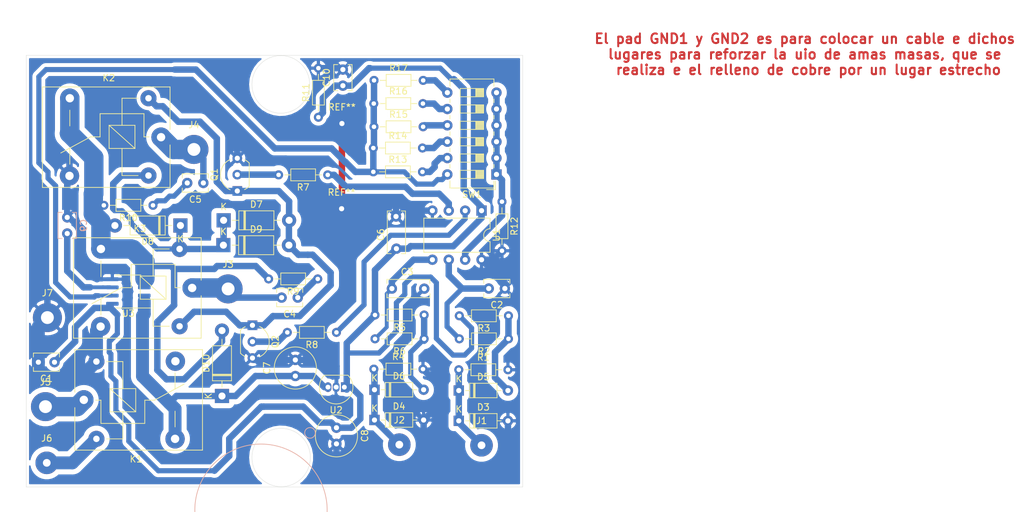
<source format=kicad_pcb>
(kicad_pcb (version 20171130) (host pcbnew 5.1.4-e60b266~84~ubuntu18.04.1)
  (title_block (title "DRIVER DE CONTROL DE MOTORES CON SENSOR DE CORRIENTE") (rev Ribelotta-Perren) (company "Ing Juan Pablo MENDITTO"))
  (layers (0 F.Cu signal) (31 B.Cu signal) (34 B.Paste user hide) (35 F.Paste user hide) (36 B.SilkS user hide) (37 F.SilkS user hide) (38 B.Mask user) (39 F.Mask user hide) (44 Edge.Cuts user))
  (net 0 "")
  (net 1 GND)
  (net 2 +5V)
  (net 3 "Net-(C2-Pad2)")
  (net 4 "Net-(C3-Pad1)")
  (net 5 "Net-(C4-Pad2)")
  (net 6 "Net-(C4-Pad1)")
  (net 7 "Net-(C5-Pad2)")
  (net 8 "Net-(C5-Pad1)")
  (net 9 +12V)
  (net 10 "Net-(C9-Pad1)")
  (net 11 "Net-(D3-Pad1)")
  (net 12 "Net-(D4-Pad1)")
  (net 13 "Net-(D5-Pad2)")
  (net 14 "Net-(D6-Pad2)")
  (net 15 "Net-(D7-Pad2)")
  (net 16 "Net-(J5-Pad1)")
  (net 17 "Net-(J6-Pad1)")
  (net 18 "Net-(K1-Pad4)")
  (net 19 "Net-(Q1-Pad2)")
  (net 20 "Net-(Q2-Pad2)")
  (net 21 "/GP4(PIN2PIC)")
  (net 22 "/GP5(PIN3PIC)")
  (net 23 "/GPIO0(PIN7PIC)")
  (net 24 "Net-(R13-Pad1)")
  (net 25 "Net-(R13-Pad2)")
  (net 26 "Net-(R14-Pad2)")
  (net 27 "Net-(R15-Pad2)")
  (net 28 "Net-(R16-Pad2)")
  (net 29 "Net-(R17-Pad2)")
  (net 30 /Relay2y3_NA)
  (net 31 "Net-(D7-Pad1)")
  (module Connector_Wire:SolderWirePad_1x01_Drill0.8mm (layer F.Cu) (at 161.95 73.575)
    (fp_text reference REF** (at 0 -2.54) (layer F.SilkS))
    (fp_text value SolderWirePad_1x01_Drill0.8mm)
    (pad 2 thru_hole circle (at 0 0) (size 1.99898 1.99898) (drill 0.8001) (layers *.Cu *.Mask) (net 1 GND))
  )
  (module Connector_Wire:SolderWirePad_1x01_Drill0.8mm (layer F.Cu) (at 161.9 86.8)
    (fp_text reference REF** (at 0 -2.54) (layer F.SilkS))
    (fp_text value SolderWirePad_1x01_Drill0.8mm)
    (pad 1 thru_hole circle (at 0 0) (size 1.99898 1.99898) (drill 0.8001) (layers *.Cu *.Mask) (net 1 GND))
  )
  (module Relay_THT:Relay_SPDT_SANYOU_SRD_Series_Form_C (layer F.Cu) (at 121.925 116.475)
    (fp_text reference K1 (at 8.1 9.2) (layer F.SilkS))
    (fp_text value "Switch de Encendido")
    (pad 1 thru_hole circle (at 0 0 90) (size 3 3) (drill 1.3) (layers *.Cu *.Mask) (net 16 "Net-(J5-Pad1)"))
    (pad 5 thru_hole circle (at 1.95 -5.95 90) (size 2.5 2.5) (drill 1) (layers *.Cu *.Mask) (net 1 GND))
    (pad 4 thru_hole circle (at 14.2 -6 90) (size 3 3) (drill 1.3) (layers *.Cu *.Mask) (net 18 "Net-(K1-Pad4)"))
    (pad 3 thru_hole circle (at 14.15 6.05 90) (size 3 3) (drill 1.3) (layers *.Cu *.Mask) (net 9 +12V))
    (pad 2 thru_hole circle (at 1.95 6.05 90) (size 2.5 2.5) (drill 1) (layers *.Cu *.Mask) (net 17 "Net-(J6-Pad1)"))
  )
  (module Capacitor_THT:C_Disc_D3.8mm_W2.6mm_P2.50mm (layer F.Cu) (at 169.7 99.2)
    (fp_text reference C3 (at 2.3622 -2.5908) (layer F.SilkS))
    (fp_text value 104)
    (pad 2 thru_hole circle (at 5.0165 0.0127) (size 1.6 1.6) (drill 0.8) (layers *.Cu *.Mask) (net 1 GND))
    (pad 1 thru_hole circle (at 0 0) (size 1.6 1.6) (drill 0.8) (layers *.Cu *.Mask) (net 4 "Net-(C3-Pad1)"))
  )
  (module Capacitor_THT:C_Disc_D3.8mm_W2.6mm_P2.50mm (layer F.Cu) (at 170.4 93 90)
    (fp_text reference C6 (at 2.159 -2.413 90) (layer F.SilkS))
    (fp_text value 104)
    (pad 1 thru_hole circle (at 0 0 90) (size 1.6 1.6) (drill 0.8) (layers *.Cu *.Mask) (net 2 +5V))
    (pad 2 thru_hole circle (at 4.9911 -0.0635 90) (size 1.6 1.6) (drill 0.8) (layers *.Cu *.Mask) (net 1 GND))
  )
  (module Diode_THT:D_DO-41_SOD81_P10.16mm_Horizontal (layer F.Cu) (at 143.6 88.6)
    (fp_text reference D7 (at 5.08 -2.47) (layer F.SilkS))
    (fp_text value 1N4004)
    (fp_text user K (at 0 -2.1) (layer F.SilkS))
    (pad 1 thru_hole rect (at 0 0) (size 2.2 2.2) (drill 1.1) (layers *.Cu *.Mask) (net 31 "Net-(D7-Pad1)"))
    (pad 2 thru_hole oval (at 10.16 0) (size 2.2 2.2) (drill 1.1) (layers *.Cu *.Mask) (net 15 "Net-(D7-Pad2)"))
  )
  (module Package_SO:SOIC-8_3.9x4.9mm_P1.27mm (layer F.Cu) (at 128.825 99.65 180)
    (fp_text reference U3 (at 0 -3.4 180) (layer F.SilkS))
    (fp_text value ACS714T-30A)
    (pad 1 smd roundrect (at -2.475 -1.905 180) (size 1.95 0.6) (layers B.Cu F.Paste F.Mask) (net 9 +12V))
    (pad 2 smd roundrect (at -2.475 -0.635 180) (size 1.95 0.6) (layers B.Cu F.Paste F.Mask) (net 9 +12V))
    (pad 3 smd roundrect (at -2.475 0.635 180) (size 1.95 0.6) (layers B.Cu F.Paste F.Mask) (net 30 /Relay2y3_NA))
    (pad 4 smd roundrect (at -2.475 1.905 180) (size 1.95 0.6) (layers B.Cu F.Paste F.Mask) (net 30 /Relay2y3_NA))
    (pad 5 smd roundrect (at 2.475 1.905 180) (size 1.95 0.6) (layers B.Cu F.Paste F.Mask) (net 1 GND) (clearance 0.2))
    (pad 6 smd roundrect (at 2.475 0.635 180) (size 1.95 0.6) (layers B.Cu F.Paste F.Mask) (net 10 "Net-(C9-Pad1)") (clearance 0.3))
    (pad 7 smd roundrect (at 2.475 -0.635 180) (size 1.95 0.6) (layers B.Cu F.Paste F.Mask) (net 24 "Net-(R13-Pad1)") (clearance 0.3))
    (pad 8 smd roundrect (at 2.475 -1.905 180) (size 1.95 0.6) (layers B.Cu F.Paste F.Mask) (net 2 +5V) (clearance 0.3))
  )
  (module Package_TO_SOT_THT:TO-92_Inline (layer F.Cu) (at 162.325 114.5 180)
    (fp_text reference U2 (at 1.27 -3.56) (layer F.SilkS))
    (fp_text value L78L05)
    (pad 2 thru_hole oval (at 1.27 0 180) (size 1.05 1.5) (drill 0.75) (layers *.Cu *.Mask) (net 1 GND) (clearance 0.25))
    (pad 3 thru_hole oval (at 2.54 0 180) (size 1.05 1.5) (drill 0.75) (layers *.Cu *.Mask) (net 9 +12V) (clearance 0.25))
    (pad 1 thru_hole rect (at 0 0 180) (size 1.05 1.5) (drill 0.75) (layers *.Cu *.Mask) (net 2 +5V) (clearance 0.25))
  )
  (module Relay_THT:Relay_SPDT_SANYOU_SRD_Series_Form_C (layer F.Cu) (at 138.725 99.1 180)
    (fp_text reference K3 (at 8.1 9.2) (layer F.SilkS))
    (fp_text value FRS10CS10-12V)
    (pad 1 thru_hole circle (at 0 0 270) (size 3 3) (drill 1.3) (layers *.Cu *.Mask) (net 5 "Net-(C4-Pad2)"))
    (pad 5 thru_hole circle (at 1.95 -5.95 270) (size 2.5 2.5) (drill 1) (layers *.Cu *.Mask) (net 15 "Net-(D7-Pad2)"))
    (pad 4 thru_hole circle (at 14.2 -6 270) (size 3 3) (drill 1.3) (layers *.Cu *.Mask) (net 1 GND))
    (pad 3 thru_hole circle (at 14.15 6.05 270) (size 3 3) (drill 1.3) (layers *.Cu *.Mask) (net 30 /Relay2y3_NA))
    (pad 2 thru_hole circle (at 1.95 6.05 270) (size 2.5 2.5) (drill 1) (layers *.Cu *.Mask) (net 31 "Net-(D7-Pad1)"))
  )
  (module Relay_THT:Relay_SPDT_SANYOU_SRD_Series_Form_C (layer F.Cu) (at 133.9 75.7 180)
    (fp_text reference K2 (at 8.1 9.2) (layer F.SilkS))
    (fp_text value FRS10CS10-12V)
    (pad 1 thru_hole circle (at 0 0 270) (size 3 3) (drill 1.3) (layers *.Cu *.Mask) (net 8 "Net-(C5-Pad1)"))
    (pad 5 thru_hole circle (at 1.95 -5.95 270) (size 2.5 2.5) (drill 1) (layers *.Cu *.Mask) (net 31 "Net-(D7-Pad1)"))
    (pad 4 thru_hole circle (at 14.2 -6 270) (size 3 3) (drill 1.3) (layers *.Cu *.Mask) (net 1 GND))
    (pad 3 thru_hole circle (at 14.15 6.05 270) (size 3 3) (drill 1.3) (layers *.Cu *.Mask) (net 30 /Relay2y3_NA) (clearance 0.6))
    (pad 2 thru_hole circle (at 1.95 6.05 270) (size 2.5 2.5) (drill 1) (layers *.Cu *.Mask) (net 15 "Net-(D7-Pad2)") (clearance 0.6))
  )
  (module Capacitor_THT:C_Disc_D3.8mm_W2.6mm_P2.50mm (layer F.Cu) (at 117.375 110.625 180)
    (fp_text reference C1 (at 1.25 -2.55) (layer F.SilkS))
    (fp_text value 104)
    (pad 2 thru_hole circle (at 2.5 0 180) (size 1.6 1.6) (drill 0.8) (layers *.Cu *.Mask) (net 1 GND))
    (pad 1 thru_hole circle (at 0 0 180) (size 1.6 1.6) (drill 0.8) (layers *.Cu *.Mask) (net 2 +5V))
  )
  (module Capacitor_THT:C_Disc_D3.8mm_W2.6mm_P2.50mm (layer F.Cu) (at 187.22 99.19 180)
    (fp_text reference C2 (at 1.25 -2.55) (layer F.SilkS))
    (fp_text value 104)
    (pad 1 thru_hole circle (at 0 0 180) (size 1.6 1.6) (drill 0.8) (layers *.Cu *.Mask) (net 1 GND))
    (pad 2 thru_hole circle (at 2.5 0 180) (size 1.6 1.6) (drill 0.8) (layers *.Cu *.Mask) (net 3 "Net-(C2-Pad2)"))
  )
  (module Capacitor_THT:C_Disc_D3.8mm_W2.6mm_P2.50mm (layer F.Cu) (at 155.1 100.6 180)
    (fp_text reference C4 (at 1.25 -2.55) (layer F.SilkS))
    (fp_text value 104)
    (pad 2 thru_hole circle (at 2.5 0 180) (size 1.6 1.6) (drill 0.8) (layers *.Cu *.Mask) (net 5 "Net-(C4-Pad2)"))
    (pad 1 thru_hole circle (at 0 0 180) (size 1.6 1.6) (drill 0.8) (layers *.Cu *.Mask) (net 6 "Net-(C4-Pad1)"))
  )
  (module Capacitor_THT:C_Disc_D3.8mm_W2.6mm_P2.50mm (layer F.Cu) (at 140.462 82.804 180)
    (fp_text reference C5 (at 1.25 -2.55) (layer F.SilkS))
    (fp_text value 104)
    (pad 2 thru_hole circle (at 2.5 0 180) (size 1.6 1.6) (drill 0.8) (layers *.Cu *.Mask) (net 7 "Net-(C5-Pad2)"))
    (pad 1 thru_hole circle (at 0 0 180) (size 1.6 1.6) (drill 0.8) (layers *.Cu *.Mask) (net 8 "Net-(C5-Pad1)"))
  )
  (module Capacitor_THT:C_Radial_D6.3mm_H11.0mm_P2.50mm (layer F.Cu) (at 154.725 112.775 90)
    (fp_text reference C7 (at 1.25 -4.4 90) (layer F.SilkS))
    (fp_text value 220uF)
    (pad 2 thru_hole circle (at 2.5 0 90) (size 1.6 1.6) (drill 0.8) (layers *.Cu *.Mask) (net 1 GND))
    (pad 1 thru_hole circle (at 0 0 90) (size 1.6 1.6) (drill 0.8) (layers *.Cu *.Mask) (net 9 +12V))
  )
  (module Capacitor_THT:C_Radial_D6.3mm_H11.0mm_P2.50mm (layer F.Cu) (at 161.1 120.8 270)
    (fp_text reference C8 (at 1.25 -4.4 90) (layer F.SilkS))
    (fp_text value 100uF)
    (pad 1 thru_hole circle (at 0 0 270) (size 1.6 1.6) (drill 0.8) (layers *.Cu *.Mask) (net 2 +5V))
    (pad 2 thru_hole circle (at 2.5 0 270) (size 1.6 1.6) (drill 0.8) (layers *.Cu *.Mask) (net 1 GND))
  )
  (module Capacitor_THT:C_Disc_D3.8mm_W2.6mm_P2.50mm (layer B.Cu) (at 119.35 90.65 90)
    (fp_text reference C9 (at 1.25 2.55 90) (layer B.SilkS) (effects (justify mirror)))
    (fp_text value 102)
    (pad 1 thru_hole circle (at 0 0 90) (size 1.6 1.6) (drill 0.8) (layers *.Cu *.Mask) (net 10 "Net-(C9-Pad1)"))
    (pad 2 thru_hole circle (at 2.5 0 90) (size 1.6 1.6) (drill 0.8) (layers *.Cu *.Mask) (net 1 GND))
  )
  (module Capacitor_THT:C_Disc_D3.8mm_W2.6mm_P2.50mm (layer F.Cu) (at 162.1 67.7 90)
    (fp_text reference C10 (at 1.25 -2.55 90) (layer F.SilkS))
    (fp_text value 102)
    (pad 1 thru_hole circle (at 0 0 90) (size 1.6 1.6) (drill 0.8) (layers *.Cu *.Mask) (net 2 +5V))
    (pad 2 thru_hole circle (at 2.5 0 90) (size 1.6 1.6) (drill 0.8) (layers *.Cu *.Mask) (net 1 GND))
  )
  (module Diode_THT:D_DO-35_SOD27_P7.62mm_Horizontal (layer F.Cu) (at 180.075 119.725)
    (fp_text reference D3 (at 3.81 -2.12) (layer F.SilkS))
    (fp_text value 1N4148)
    (fp_text user K (at 0 -1.8) (layer F.SilkS))
    (pad 1 thru_hole rect (at 0 0) (size 1.6 1.6) (drill 0.8) (layers *.Cu *.Mask) (net 11 "Net-(D3-Pad1)"))
    (pad 2 thru_hole oval (at 7.62 0) (size 1.6 1.6) (drill 0.8) (layers *.Cu *.Mask) (net 1 GND))
  )
  (module Diode_THT:D_DO-35_SOD27_P7.62mm_Horizontal (layer F.Cu) (at 167 119.6)
    (fp_text reference D4 (at 3.81 -2.12) (layer F.SilkS))
    (fp_text value 1N4148)
    (fp_text user K (at 0 -1.8) (layer F.SilkS))
    (pad 2 thru_hole oval (at 7.62 0) (size 1.6 1.6) (drill 0.8) (layers *.Cu *.Mask) (net 1 GND))
    (pad 1 thru_hole rect (at 0 0) (size 1.6 1.6) (drill 0.8) (layers *.Cu *.Mask) (net 12 "Net-(D4-Pad1)"))
  )
  (module Diode_THT:D_DO-35_SOD27_P7.62mm_Horizontal (layer F.Cu) (at 180.075 115.025)
    (fp_text reference D5 (at 3.81 -2.12) (layer F.SilkS))
    (fp_text value 1N4148)
    (fp_text user K (at 0 -1.8) (layer F.SilkS))
    (pad 1 thru_hole rect (at 0 0) (size 1.6 1.6) (drill 0.8) (layers *.Cu *.Mask) (net 11 "Net-(D3-Pad1)"))
    (pad 2 thru_hole oval (at 7.62 0) (size 1.6 1.6) (drill 0.8) (layers *.Cu *.Mask) (net 13 "Net-(D5-Pad2)"))
  )
  (module Diode_THT:D_DO-35_SOD27_P7.62mm_Horizontal (layer F.Cu) (at 167 114.9)
    (fp_text reference D6 (at 3.81 -2.12) (layer F.SilkS))
    (fp_text value 1N4148)
    (fp_text user K (at 0 -1.8) (layer F.SilkS))
    (pad 2 thru_hole oval (at 7.62 0) (size 1.6 1.6) (drill 0.8) (layers *.Cu *.Mask) (net 14 "Net-(D6-Pad2)"))
    (pad 1 thru_hole rect (at 0 0) (size 1.6 1.6) (drill 0.8) (layers *.Cu *.Mask) (net 12 "Net-(D4-Pad1)"))
  )
  (module Diode_THT:D_DO-41_SOD81_P10.16mm_Horizontal (layer F.Cu) (at 136.906 89.408 180)
    (fp_text reference D8 (at 5.08 -2.47) (layer F.SilkS))
    (fp_text value 1N4004)
    (fp_text user K (at 0 -2.1) (layer F.SilkS))
    (pad 2 thru_hole oval (at 10.16 0 180) (size 2.2 2.2) (drill 1.1) (layers *.Cu *.Mask) (net 30 /Relay2y3_NA))
    (pad 1 thru_hole rect (at 0 0 180) (size 2.2 2.2) (drill 1.1) (layers *.Cu *.Mask) (net 31 "Net-(D7-Pad1)"))
  )
  (module Diode_THT:D_DO-41_SOD81_P10.16mm_Horizontal (layer F.Cu) (at 143.57 92.46)
    (fp_text reference D9 (at 5.08 -2.47) (layer F.SilkS))
    (fp_text value 1N4004)
    (fp_text user K (at 0 -2.1) (layer F.SilkS))
    (pad 1 thru_hole rect (at 0 0) (size 2.2 2.2) (drill 1.1) (layers *.Cu *.Mask) (net 31 "Net-(D7-Pad1)"))
    (pad 2 thru_hole oval (at 10.16 0) (size 2.2 2.2) (drill 1.1) (layers *.Cu *.Mask) (net 15 "Net-(D7-Pad2)"))
  )
  (module Diode_THT:D_DO-41_SOD81_P10.16mm_Horizontal (layer F.Cu) (at 143.35 115.875 90)
    (fp_text reference D10 (at 5.08 -2.47 90) (layer F.SilkS))
    (fp_text value 1N4004)
    (fp_text user K (at 0 -2.1 90) (layer F.SilkS))
    (pad 2 thru_hole oval (at 10.16 0 90) (size 2.2 2.2) (drill 1.1) (layers *.Cu *.Mask) (net 30 /Relay2y3_NA))
    (pad 1 thru_hole rect (at 0 0 90) (size 2.2 2.2) (drill 1.1) (layers *.Cu *.Mask) (net 9 +12V))
  )
  (module Connector_Wire:SolderWirePad_1x01_Drill1.2mm (layer F.Cu) (at 183.6 123.525)
    (fp_text reference J1 (at 0 -3.81) (layer F.SilkS))
    (fp_text value PULS1)
    (pad 1 thru_hole circle (at 0 0) (size 3.50012 3.50012) (drill 1.19888) (layers *.Cu *.Mask) (net 11 "Net-(D3-Pad1)"))
  )
  (module Connector_Wire:SolderWirePad_1x01_Drill1.2mm (layer F.Cu) (at 170.85 123.425)
    (fp_text reference J2 (at 0 -3.81) (layer F.SilkS))
    (fp_text value PULS2)
    (pad 1 thru_hole circle (at 0 0) (size 3.50012 3.50012) (drill 1.19888) (layers *.Cu *.Mask) (net 12 "Net-(D4-Pad1)"))
  )
  (module Connector_Wire:SolderWirePad_1x01_Drill2mm (layer F.Cu) (at 144.3 99.25)
    (fp_text reference J3 (at 0 -3.81) (layer F.SilkS))
    (fp_text value MotorT2)
    (pad 1 thru_hole circle (at 0 0) (size 4.50088 4.50088) (drill 1.99898) (layers *.Cu *.Mask) (net 5 "Net-(C4-Pad2)"))
  )
  (module Connector_Wire:SolderWirePad_1x01_Drill2mm (layer F.Cu) (at 139 77.6)
    (fp_text reference J4 (at 0 -3.81) (layer F.SilkS))
    (fp_text value MotorT1)
    (pad 1 thru_hole circle (at 0 0) (size 4.50088 4.50088) (drill 1.99898) (layers *.Cu *.Mask) (net 8 "Net-(C5-Pad1)"))
  )
  (module Connector_Wire:SolderWirePad_1x01_Drill2mm (layer F.Cu) (at 115.975 117.525)
    (fp_text reference J5 (at 0 -3.81) (layer F.SilkS))
    (fp_text value VIn+12)
    (pad 1 thru_hole circle (at 0 0) (size 4.50088 4.50088) (drill 1.99898) (layers *.Cu *.Mask) (net 16 "Net-(J5-Pad1)"))
  )
  (module Connector_Wire:SolderWirePad_1x01_Drill1.2mm (layer F.Cu) (at 116.175 126.25)
    (fp_text reference J6 (at 0 -3.81) (layer F.SilkS))
    (fp_text value "Contac12V ")
    (pad 1 thru_hole circle (at 0 0) (size 3.50012 3.50012) (drill 1.19888) (layers *.Cu *.Mask) (net 17 "Net-(J6-Pad1)"))
  )
  (module Connector_Wire:SolderWirePad_1x01_Drill2mm (layer F.Cu) (at 116.275 103.7)
    (fp_text reference J7 (at 0 -3.81) (layer F.SilkS))
    (fp_text value GND)
    (pad 1 thru_hole circle (at 0 0) (size 4.50088 4.50088) (drill 1.99898) (layers *.Cu *.Mask) (net 1 GND))
  )
  (module Package_TO_SOT_THT:TO-92_Inline_Wide (layer F.Cu) (at 145.725 84.05 90)
    (fp_text reference Q1 (at 2.54 -3.56 90) (layer F.SilkS))
    (fp_text value BC337)
    (pad 1 thru_hole rect (at 0 0 180) (size 1.5 1.5) (drill 0.8) (layers *.Cu *.Mask) (net 15 "Net-(D7-Pad2)"))
    (pad 3 thru_hole circle (at 5.08 0 180) (size 1.5 1.5) (drill 0.8) (layers *.Cu *.Mask) (net 1 GND))
    (pad 2 thru_hole circle (at 2.54 0 180) (size 1.5 1.5) (drill 0.8) (layers *.Cu *.Mask) (net 19 "Net-(Q1-Pad2)"))
  )
  (module Package_TO_SOT_THT:TO-92_Inline_Wide (layer F.Cu) (at 148.075 104.9 270)
    (fp_text reference Q2 (at 2.54 -3.56 90) (layer F.SilkS))
    (fp_text value BC337)
    (pad 2 thru_hole circle (at 2.54 0) (size 1.5 1.5) (drill 0.8) (layers *.Cu *.Mask) (net 20 "Net-(Q2-Pad2)"))
    (pad 3 thru_hole circle (at 5.08 0) (size 1.5 1.5) (drill 0.8) (layers *.Cu *.Mask) (net 1 GND))
    (pad 1 thru_hole rect (at 0 0) (size 1.5 1.5) (drill 0.8) (layers *.Cu *.Mask) (net 15 "Net-(D7-Pad2)"))
  )
  (module Resistor_THT:R_Axial_DIN0204_L3.6mm_D1.6mm_P7.62mm_Horizontal (layer F.Cu) (at 180.075 111.8)
    (fp_text reference R1 (at 3.81 -1.92) (layer F.SilkS))
    (fp_text value 100K)
    (pad 1 thru_hole circle (at 0 0) (size 1.4 1.4) (drill 0.7) (layers *.Cu *.Mask) (net 11 "Net-(D3-Pad1)"))
    (pad 2 thru_hole oval (at 7.62 0) (size 1.4 1.4) (drill 0.7) (layers *.Cu *.Mask) (net 1 GND))
  )
  (module Resistor_THT:R_Axial_DIN0204_L3.6mm_D1.6mm_P7.62mm_Horizontal (layer F.Cu) (at 187.775 107 180)
    (fp_text reference R2 (at 3.81 -1.92) (layer F.SilkS))
    (fp_text value 100K)
    (pad 2 thru_hole oval (at 7.62 0 180) (size 1.4 1.4) (drill 0.7) (layers *.Cu *.Mask) (net 3 "Net-(C2-Pad2)"))
    (pad 1 thru_hole circle (at 0 0 180) (size 1.4 1.4) (drill 0.7) (layers *.Cu *.Mask) (net 13 "Net-(D5-Pad2)"))
  )
  (module Resistor_THT:R_Axial_DIN0204_L3.6mm_D1.6mm_P7.62mm_Horizontal (layer F.Cu) (at 187.775 103.425 180)
    (fp_text reference R3 (at 3.81 -1.92) (layer F.SilkS))
    (fp_text value 10K)
    (pad 1 thru_hole circle (at 0 0 180) (size 1.4 1.4) (drill 0.7) (layers *.Cu *.Mask) (net 13 "Net-(D5-Pad2)"))
    (pad 2 thru_hole oval (at 7.62 0 180) (size 1.4 1.4) (drill 0.7) (layers *.Cu *.Mask) (net 2 +5V))
  )
  (module Resistor_THT:R_Axial_DIN0204_L3.6mm_D1.6mm_P7.62mm_Horizontal (layer F.Cu) (at 166.9 111.7)
    (fp_text reference R4 (at 3.81 -1.92) (layer F.SilkS))
    (fp_text value 100K)
    (pad 1 thru_hole circle (at 0 0) (size 1.4 1.4) (drill 0.7) (layers *.Cu *.Mask) (net 12 "Net-(D4-Pad1)"))
    (pad 2 thru_hole oval (at 7.62 0) (size 1.4 1.4) (drill 0.7) (layers *.Cu *.Mask) (net 1 GND))
  )
  (module Resistor_THT:R_Axial_DIN0204_L3.6mm_D1.6mm_P7.62mm_Horizontal (layer F.Cu) (at 174.7 103.3 180)
    (fp_text reference R5 (at 3.81 -1.92) (layer F.SilkS))
    (fp_text value 10K)
    (pad 2 thru_hole oval (at 7.62 0 180) (size 1.4 1.4) (drill 0.7) (layers *.Cu *.Mask) (net 2 +5V))
    (pad 1 thru_hole circle (at 0 0 180) (size 1.4 1.4) (drill 0.7) (layers *.Cu *.Mask) (net 14 "Net-(D6-Pad2)"))
  )
  (module Resistor_THT:R_Axial_DIN0204_L3.6mm_D1.6mm_P7.62mm_Horizontal (layer F.Cu) (at 174.7 107 180)
    (fp_text reference R6 (at 3.81 -1.92) (layer F.SilkS))
    (fp_text value 100K)
    (pad 2 thru_hole oval (at 7.62 0 180) (size 1.4 1.4) (drill 0.7) (layers *.Cu *.Mask) (net 4 "Net-(C3-Pad1)"))
    (pad 1 thru_hole circle (at 0 0 180) (size 1.4 1.4) (drill 0.7) (layers *.Cu *.Mask) (net 14 "Net-(D6-Pad2)"))
  )
  (module Resistor_THT:R_Axial_DIN0204_L3.6mm_D1.6mm_P7.62mm_Horizontal (layer F.Cu) (at 159.75 81.55 180)
    (fp_text reference R7 (at 3.81 -1.92) (layer F.SilkS))
    (fp_text value 5.6k)
    (pad 2 thru_hole oval (at 7.62 0 180) (size 1.4 1.4) (drill 0.7) (layers *.Cu *.Mask) (net 19 "Net-(Q1-Pad2)"))
    (pad 1 thru_hole circle (at 0 0 180) (size 1.4 1.4) (drill 0.7) (layers *.Cu *.Mask) (net 21 "/GP4(PIN2PIC)"))
  )
  (module Resistor_THT:R_Axial_DIN0204_L3.6mm_D1.6mm_P7.62mm_Horizontal (layer F.Cu) (at 161.1 106 180)
    (fp_text reference R8 (at 3.81 -1.92) (layer F.SilkS))
    (fp_text value 5.6k)
    (pad 2 thru_hole oval (at 7.62 0 180) (size 1.4 1.4) (drill 0.7) (layers *.Cu *.Mask) (net 20 "Net-(Q2-Pad2)"))
    (pad 1 thru_hole circle (at 0 0 180) (size 1.4 1.4) (drill 0.7) (layers *.Cu *.Mask) (net 22 "/GP5(PIN3PIC)"))
  )
  (module Resistor_THT:R_Axial_DIN0204_L3.6mm_D1.6mm_P7.62mm_Horizontal (layer F.Cu) (at 158.2 97.7 180)
    (fp_text reference R9 (at 3.81 -1.92) (layer F.SilkS))
    (fp_text value 100)
    (pad 1 thru_hole circle (at 0 0 180) (size 1.4 1.4) (drill 0.7) (layers *.Cu *.Mask) (net 6 "Net-(C4-Pad1)"))
    (pad 2 thru_hole oval (at 7.62 0 180) (size 1.4 1.4) (drill 0.7) (layers *.Cu *.Mask) (net 30 /Relay2y3_NA))
  )
  (module Resistor_THT:R_Axial_DIN0204_L3.6mm_D1.6mm_P7.62mm_Horizontal (layer F.Cu) (at 132.65 86.275 180)
    (fp_text reference R10 (at 3.81 -1.92) (layer F.SilkS))
    (fp_text value 100)
    (pad 1 thru_hole circle (at 0 0 180) (size 1.4 1.4) (drill 0.7) (layers *.Cu *.Mask) (net 7 "Net-(C5-Pad2)"))
    (pad 2 thru_hole oval (at 7.62 0 180) (size 1.4 1.4) (drill 0.7) (layers *.Cu *.Mask) (net 30 /Relay2y3_NA))
  )
  (module Resistor_THT:R_Axial_DIN0204_L3.6mm_D1.6mm_P7.62mm_Horizontal (layer F.Cu) (at 158.3 72.6 90)
    (fp_text reference R11 (at 3.81 -1.92 90) (layer F.SilkS))
    (fp_text value 10K)
    (pad 1 thru_hole circle (at 0 0 90) (size 1.4 1.4) (drill 0.7) (layers *.Cu *.Mask) (net 2 +5V))
    (pad 2 thru_hole oval (at 7.62 0 90) (size 1.4 1.4) (drill 0.7) (layers *.Cu *.Mask) (net 1 GND))
  )
  (module Resistor_THT:R_Axial_DIN0204_L3.6mm_D1.6mm_P7.62mm_Horizontal (layer F.Cu) (at 186.77 85.71 270)
    (fp_text reference R12 (at 3.81 -1.92 90) (layer F.SilkS))
    (fp_text value 10k)
    (pad 2 thru_hole oval (at 7.62 0 270) (size 1.4 1.4) (drill 0.7) (layers *.Cu *.Mask) (net 1 GND))
    (pad 1 thru_hole circle (at 0 0 270) (size 1.4 1.4) (drill 0.7) (layers *.Cu *.Mask) (net 23 "/GPIO0(PIN7PIC)"))
  )
  (module Resistor_THT:R_Axial_DIN0204_L3.6mm_D1.6mm_P7.62mm_Horizontal (layer F.Cu) (at 166.82 81.08)
    (fp_text reference R13 (at 3.81 -1.92) (layer F.SilkS))
    (fp_text value 3.3k)
    (pad 1 thru_hole circle (at 0 0) (size 1.4 1.4) (drill 0.7) (layers *.Cu *.Mask) (net 24 "Net-(R13-Pad1)"))
    (pad 2 thru_hole oval (at 7.62 0) (size 1.4 1.4) (drill 0.7) (layers *.Cu *.Mask) (net 25 "Net-(R13-Pad2)"))
  )
  (module Resistor_THT:R_Axial_DIN0204_L3.6mm_D1.6mm_P7.62mm_Horizontal (layer F.Cu) (at 166.82 77.38)
    (fp_text reference R14 (at 3.81 -1.92) (layer F.SilkS))
    (fp_text value 3.9k)
    (pad 2 thru_hole oval (at 7.62 0) (size 1.4 1.4) (drill 0.7) (layers *.Cu *.Mask) (net 26 "Net-(R14-Pad2)"))
    (pad 1 thru_hole circle (at 0 0) (size 1.4 1.4) (drill 0.7) (layers *.Cu *.Mask) (net 24 "Net-(R13-Pad1)"))
  )
  (module Resistor_THT:R_Axial_DIN0204_L3.6mm_D1.6mm_P7.62mm_Horizontal (layer F.Cu) (at 166.92 74.08)
    (fp_text reference R15 (at 3.81 -1.92) (layer F.SilkS))
    (fp_text value 4.7k)
    (pad 1 thru_hole circle (at 0 0) (size 1.4 1.4) (drill 0.7) (layers *.Cu *.Mask) (net 24 "Net-(R13-Pad1)"))
    (pad 2 thru_hole oval (at 7.62 0) (size 1.4 1.4) (drill 0.7) (layers *.Cu *.Mask) (net 27 "Net-(R15-Pad2)"))
  )
  (module Resistor_THT:R_Axial_DIN0204_L3.6mm_D1.6mm_P7.62mm_Horizontal (layer F.Cu) (at 166.89 70.48)
    (fp_text reference R16 (at 3.81 -1.92) (layer F.SilkS))
    (fp_text value 5.6k)
    (pad 2 thru_hole oval (at 7.62 0) (size 1.4 1.4) (drill 0.7) (layers *.Cu *.Mask) (net 28 "Net-(R16-Pad2)"))
    (pad 1 thru_hole circle (at 0 0) (size 1.4 1.4) (drill 0.7) (layers *.Cu *.Mask) (net 24 "Net-(R13-Pad1)"))
  )
  (module Resistor_THT:R_Axial_DIN0204_L3.6mm_D1.6mm_P7.62mm_Horizontal (layer F.Cu) (at 166.93 66.88)
    (fp_text reference R17 (at 3.81 -1.92) (layer F.SilkS))
    (fp_text value 9.2k)
    (pad 1 thru_hole circle (at 0 0) (size 1.4 1.4) (drill 0.7) (layers *.Cu *.Mask) (net 24 "Net-(R13-Pad1)"))
    (pad 2 thru_hole oval (at 7.62 0) (size 1.4 1.4) (drill 0.7) (layers *.Cu *.Mask) (net 29 "Net-(R17-Pad2)"))
  )
  (module Button_Switch_THT:SW_DIP_SPSTx06_Slide_6.7x16.8mm_W7.62mm_P2.54mm_LowProfile (layer F.Cu) (at 185.92 81.48 180)
    (fp_text reference SW1 (at 3.81 -3.11) (layer F.SilkS))
    (fp_text value SW_DIP_x06)
    (pad 1 thru_hole rect (at 0 0 180) (size 1.6 1.6) (drill 0.8) (layers *.Cu *.Mask) (net 23 "/GPIO0(PIN7PIC)"))
    (pad 7 thru_hole oval (at 7.62 12.7 180) (size 1.6 1.6) (drill 0.8) (layers *.Cu *.Mask) (net 29 "Net-(R17-Pad2)"))
    (pad 2 thru_hole oval (at 0 2.54 180) (size 1.6 1.6) (drill 0.8) (layers *.Cu *.Mask) (net 23 "/GPIO0(PIN7PIC)"))
    (pad 8 thru_hole oval (at 7.62 10.16 180) (size 1.6 1.6) (drill 0.8) (layers *.Cu *.Mask) (net 28 "Net-(R16-Pad2)"))
    (pad 3 thru_hole oval (at 0 5.08 180) (size 1.6 1.6) (drill 0.8) (layers *.Cu *.Mask) (net 23 "/GPIO0(PIN7PIC)"))
    (pad 9 thru_hole oval (at 7.62 7.62 180) (size 1.6 1.6) (drill 0.8) (layers *.Cu *.Mask) (net 27 "Net-(R15-Pad2)"))
    (pad 4 thru_hole oval (at 0 7.62 180) (size 1.6 1.6) (drill 0.8) (layers *.Cu *.Mask) (net 23 "/GPIO0(PIN7PIC)"))
    (pad 10 thru_hole oval (at 7.62 5.08 180) (size 1.6 1.6) (drill 0.8) (layers *.Cu *.Mask) (net 26 "Net-(R14-Pad2)"))
    (pad 5 thru_hole oval (at 0 10.16 180) (size 1.6 1.6) (drill 0.8) (layers *.Cu *.Mask) (net 23 "/GPIO0(PIN7PIC)"))
    (pad 11 thru_hole oval (at 7.62 2.54 180) (size 1.6 1.6) (drill 0.8) (layers *.Cu *.Mask) (net 25 "Net-(R13-Pad2)"))
    (pad 6 thru_hole oval (at 0 12.7 180) (size 1.6 1.6) (drill 0.8) (layers *.Cu *.Mask) (net 23 "/GPIO0(PIN7PIC)"))
    (pad 12 thru_hole oval (at 7.62 0 180) (size 1.6 1.6) (drill 0.8) (layers *.Cu *.Mask) (net 24 "Net-(R13-Pad1)"))
  )
  (module Package_DIP:DIP-8_W7.62mm (layer F.Cu) (at 183.6 87.1 270)
    (fp_text reference U1 (at 3.81 -2.33 90) (layer F.SilkS))
    (fp_text value PIC12F675-IP)
    (pad 1 thru_hole rect (at 0 0 270) (size 1.6 1.6) (drill 0.8) (layers *.Cu *.Mask) (net 2 +5V))
    (pad 5 thru_hole oval (at 7.62 7.62 270) (size 1.6 1.6) (drill 0.8) (layers *.Cu *.Mask) (net 4 "Net-(C3-Pad1)"))
    (pad 2 thru_hole oval (at 0 2.54 270) (size 1.6 1.6) (drill 0.8) (layers *.Cu *.Mask) (net 22 "/GP5(PIN3PIC)"))
    (pad 6 thru_hole oval (at 7.62 5.08 270) (size 1.6 1.6) (drill 0.8) (layers *.Cu *.Mask) (net 3 "Net-(C2-Pad2)"))
    (pad 3 thru_hole oval (at 0 5.08 270) (size 1.6 1.6) (drill 0.8) (layers *.Cu *.Mask) (net 21 "/GP4(PIN2PIC)"))
    (pad 7 thru_hole oval (at 7.62 2.54 270) (size 1.6 1.6) (drill 0.8) (layers *.Cu *.Mask) (net 23 "/GPIO0(PIN7PIC)"))
    (pad 4 thru_hole oval (at 0 7.62 270) (size 1.6 1.6) (drill 0.8) (layers *.Cu *.Mask) (net 1 GND))
    (pad 8 thru_hole oval (at 7.62 0 270) (size 1.6 1.6) (drill 0.8) (layers *.Cu *.Mask) (net 1 GND))
  )
  (gr_text "El pad GND1 y GND2 es para colocar un cable e dichos \nlugares para reforzar la uio de amas masas, que se \nrealiza e el relleno de cobre por un lugar estrecho" (at 234.3 62.825) (layer F.Cu) (effects (font (size 1.5 1.5) (thickness 0.3))))
  (gr_arc (start 149.4 133.6) (end 159.299999 136.299999) (angle -258.1830385) (layer B.SilkS) (width 0.12))
  (gr_circle (center 157 121.6) (end 157.2 120.8) (layer B.SilkS) (width 0.12))
  (gr_circle (center 152.472135 67.5) (end 154.472135 71.5) (layer Edge.Cuts) (width 0.05))
  (gr_circle (center 152.527692 125.422308) (end 148.027692 124.922308) (layer Edge.Cuts) (width 0.05))
  (gr_line (start 113 63) (end 113 130) (layer Edge.Cuts) (width 0.05))
  (gr_line (start 190 63) (end 113 63) (layer Edge.Cuts) (width 0.05))
  (gr_line (start 190 130) (end 190 63) (layer Edge.Cuts) (width 0.05))
  (gr_line (start 113 130) (end 190 130) (layer Edge.Cuts) (width 0.05))
  (segment (start 126.375 97.75) (end 123.96707 97.75) (width 0.6) (layer B.Cu) (net 1))
  (segment (start 119.35 81.025) (end 119.675 80.7) (width 1) (layer B.Cu) (net 1))
  (segment (start 161.1 112.725) (end 161.1 114.865009) (width 0.6) (layer B.Cu) (net 1))
  (segment (start 145.725 77.90934) (end 145.725 78.97) (width 1) (layer B.Cu) (net 1))
  (segment (start 145.725 76.237765) (end 145.725 77.90934) (width 1) (layer B.Cu) (net 1))
  (segment (start 119.662002 88.15) (end 119.35 88.15) (width 1) (layer B.Cu) (net 1))
  (segment (start 121.250001 89.737999) (end 119.662002 88.15) (width 1) (layer B.Cu) (net 1))
  (segment (start 121.250001 93.499999) (end 121.250001 89.737999) (width 1) (layer B.Cu) (net 1))
  (segment (start 121.075 93.675) (end 121.250001 93.499999) (width 1) (layer B.Cu) (net 1))
  (segment (start 121.075 94.85793) (end 121.075 93.675) (width 1) (layer B.Cu) (net 1))
  (segment (start 123.96707 97.75) (end 121.075 94.85793) (width 1) (layer B.Cu) (net 1))
  (segment (start 124.525 109.875) (end 123.875 110.525) (width 1) (layer B.Cu) (net 1))
  (segment (start 114.875 105.1) (end 114.875 110.625) (width 2) (layer B.Cu) (net 1))
  (segment (start 116.275 103.7) (end 114.875 105.1) (width 2) (layer B.Cu) (net 1))
  (segment (start 122.625001 111.774999) (end 123.875 110.525) (width 2) (layer B.Cu) (net 1))
  (segment (start 121.374999 113.025001) (end 122.625001 111.774999) (width 2) (layer B.Cu) (net 1))
  (segment (start 116.143631 113.025001) (end 121.374999 113.025001) (width 2) (layer B.Cu) (net 1))
  (segment (start 114.875 111.75637) (end 116.143631 113.025001) (width 2) (layer B.Cu) (net 1))
  (segment (start 114.875 110.625) (end 114.875 111.75637) (width 2) (layer B.Cu) (net 1))
  (segment (start 123.875 105.75) (end 124.525 105.1) (width 2) (layer B.Cu) (net 1))
  (segment (start 123.875 110.525) (end 123.875 105.75) (width 2) (layer B.Cu) (net 1))
  (segment (start 187.695 126.43) (end 187.695 119.725) (width 1) (layer B.Cu) (net 1))
  (segment (start 186.049929 128.075071) (end 187.695 126.43) (width 1) (layer B.Cu) (net 1))
  (segment (start 185.38 94.72) (end 186.77 93.33) (width 1) (layer B.Cu) (net 1))
  (segment (start 183.6 94.72) (end 185.38 94.72) (width 1) (layer B.Cu) (net 1))
  (segment (start 148.527246 79.040011) (end 145.725 76.237765) (width 1) (layer B.Cu) (net 1))
  (segment (start 153.240011 79.040011) (end 148.527246 79.040011) (width 1) (layer B.Cu) (net 1))
  (segment (start 159.563 85.363) (end 153.240011 79.040011) (width 1) (layer B.Cu) (net 1))
  (segment (start 170.15 85.363) (end 159.563 85.363) (width 1) (layer B.Cu) (net 1))
  (segment (start 170.3365 85.5495) (end 170.3365 88.0089) (width 1) (layer B.Cu) (net 1))
  (segment (start 170.15 85.363) (end 170.3365 85.5495) (width 1) (layer B.Cu) (net 1))
  (segment (start 171.887 87.1) (end 170.3365 85.5495) (width 1) (layer B.Cu) (net 1))
  (segment (start 175.98 87.1) (end 171.887 87.1) (width 1) (layer B.Cu) (net 1))
  (segment (start 187.22 98.34) (end 187.22 99.19) (width 1) (layer B.Cu) (net 1))
  (segment (start 183.6 94.72) (end 187.22 98.34) (width 1) (layer B.Cu) (net 1))
  (segment (start 161.1 127) (end 162.175071 128.075071) (width 1) (layer B.Cu) (net 1))
  (segment (start 161.1 123.3) (end 161.1 127) (width 1) (layer B.Cu) (net 1))
  (segment (start 174.62 127.930142) (end 174.475071 128.075071) (width 1) (layer B.Cu) (net 1))
  (segment (start 174.62 119.6) (end 174.62 127.930142) (width 1) (layer B.Cu) (net 1))
  (segment (start 162.175071 128.075071) (end 174.475071 128.075071) (width 1) (layer B.Cu) (net 1))
  (segment (start 174.475071 128.075071) (end 186.049929 128.075071) (width 1) (layer B.Cu) (net 1))
  (segment (start 175.219999 112.399999) (end 174.52 111.7) (width 1) (layer B.Cu) (net 1))
  (segment (start 176.720001 117.499999) (end 176.720001 113.900001) (width 1) (layer B.Cu) (net 1))
  (segment (start 176.720001 113.900001) (end 175.219999 112.399999) (width 1) (layer B.Cu) (net 1))
  (segment (start 174.62 119.6) (end 176.720001 117.499999) (width 1) (layer B.Cu) (net 1))
  (segment (start 174.62 119.6) (end 170.81999 115.79999) (width 0.8) (layer B.Cu) (net 1))
  (segment (start 172.899999 101.029201) (end 173.916501 100.012699) (width 0.6) (layer B.Cu) (net 1))
  (segment (start 173.916501 100.012699) (end 174.7165 99.2127) (width 0.6) (layer B.Cu) (net 1))
  (segment (start 172.899999 105.700001) (end 172.899999 101.029201) (width 0.6) (layer B.Cu) (net 1))
  (segment (start 170.81999 107.78001) (end 172.899999 105.700001) (width 0.6) (layer B.Cu) (net 1))
  (segment (start 170.81999 115.79999) (end 170.81999 107.78001) (width 0.6) (layer B.Cu) (net 1))
  (segment (start 161.1 112.725) (end 161.1 111.225) (width 1) (layer B.Cu) (net 1))
  (segment (start 160.15 110.275) (end 154.725 110.275) (width 1) (layer B.Cu) (net 1))
  (segment (start 161.1 111.225) (end 160.15 110.275) (width 1) (layer B.Cu) (net 1))
  (segment (start 148.37 110.275) (end 148.075 109.98) (width 1) (layer B.Cu) (net 1))
  (segment (start 154.725 110.275) (end 148.37 110.275) (width 1) (layer B.Cu) (net 1))
  (segment (start 161.88 64.98) (end 162.1 65.2) (width 1) (layer B.Cu) (net 1))
  (segment (start 158.3 64.98) (end 161.88 64.98) (width 1) (layer B.Cu) (net 1))
  (segment (start 145.438017 76.237765) (end 136.000262 66.80001) (width 1) (layer B.Cu) (net 1))
  (segment (start 145.725 76.237765) (end 145.438017 76.237765) (width 1) (layer B.Cu) (net 1))
  (segment (start 119.35 82.05) (end 119.7 81.7) (width 1) (layer B.Cu) (net 1))
  (segment (start 119.35 88.15) (end 119.35 82.05) (width 1) (layer B.Cu) (net 1))
  (segment (start 118.640178 66.80001) (end 136.000262 66.80001) (width 1) (layer B.Cu) (net 1))
  (segment (start 116.899991 68.540197) (end 118.640178 66.80001) (width 1) (layer B.Cu) (net 1))
  (segment (start 116.899991 76.259803) (end 116.899991 68.540197) (width 1) (layer B.Cu) (net 1))
  (segment (start 119.7 79.059812) (end 116.899991 76.259803) (width 1) (layer B.Cu) (net 1))
  (segment (start 119.7 81.7) (end 119.7 79.059812) (width 1) (layer B.Cu) (net 1))
  (segment (start 114.85 99.092398) (end 114.85 81.696336) (width 1) (layer B.Cu) (net 1))
  (segment (start 116.275 103.7) (end 116.275 100.517398) (width 1) (layer B.Cu) (net 1))
  (segment (start 116.275 100.517398) (end 114.85 99.092398) (width 1) (layer B.Cu) (net 1))
  (segment (start 161.95 86.75) (end 161.9 86.8) (width 1) (layer F.Cu) (net 1))
  (segment (start 161.95 73.575) (end 161.95 86.75) (width 1) (layer F.Cu) (net 1))
  (segment (start 123.576978 102.20002) (end 126.07498 102.20002) (width 1) (layer B.Cu) (net 2))
  (segment (start 126.07498 102.20002) (end 127.125001 103.250041) (width 1) (layer B.Cu) (net 2))
  (segment (start 120.575 105.201998) (end 123.576978 102.20002) (width 1) (layer B.Cu) (net 2))
  (segment (start 120.575 107.425) (end 120.575 105.201998) (width 1) (layer B.Cu) (net 2))
  (segment (start 117.375 110.625) (end 120.575 107.425) (width 1) (layer B.Cu) (net 2))
  (segment (start 126.07498 102.20002) (end 126.07498 101.83002) (width 1) (layer B.Cu) (net 2))
  (segment (start 183.6 86.531998) (end 180.838002 83.77) (width 1) (layer B.Cu) (net 2))
  (segment (start 183.6 87.1) (end 183.6 86.531998) (width 1) (layer B.Cu) (net 2))
  (segment (start 180.838002 68.21) (end 179.308001 66.679999) (width 1) (layer B.Cu) (net 2))
  (segment (start 180.838002 83.77) (end 180.838002 68.21) (width 1) (layer B.Cu) (net 2))
  (segment (start 177.190001 64.979999) (end 166.313999 64.979999) (width 0.8) (layer B.Cu) (net 2))
  (segment (start 178.890001 66.679999) (end 177.190001 64.979999) (width 0.8) (layer B.Cu) (net 2))
  (segment (start 179.308001 66.679999) (end 178.890001 66.679999) (width 0.8) (layer B.Cu) (net 2))
  (segment (start 167.08 96.32) (end 170.4 93) (width 1) (layer B.Cu) (net 2))
  (segment (start 167.08 103.3) (end 167.08 96.32) (width 1) (layer B.Cu) (net 2))
  (segment (start 172.603033 92.619999) (end 179.216969 92.619999) (width 1) (layer B.Cu) (net 2))
  (segment (start 172.223032 93) (end 172.603033 92.619999) (width 1) (layer B.Cu) (net 2))
  (segment (start 170.4 93) (end 172.223032 93) (width 1) (layer B.Cu) (net 2))
  (segment (start 183.6 88.236968) (end 183.6 87.1) (width 1) (layer B.Cu) (net 2))
  (segment (start 179.216969 92.619999) (end 183.6 88.236968) (width 1) (layer B.Cu) (net 2))
  (segment (start 162.68001 114.14499) (end 162.68001 114.85501) (width 1) (layer B.Cu) (net 2))
  (segment (start 162.70001 114.12499) (end 162.68001 114.14499) (width 1) (layer B.Cu) (net 2))
  (segment (start 162.68001 114.85501) (end 162.699999 114.874999) (width 1) (layer B.Cu) (net 2))
  (segment (start 167.08 103.3) (end 162.70001 107.67999) (width 1) (layer B.Cu) (net 2))
  (segment (start 162.70001 109.20001) (end 162.70001 114.12499) (width 1) (layer B.Cu) (net 2))
  (segment (start 162.70001 107.67999) (end 162.70001 109.20001) (width 1) (layer B.Cu) (net 2))
  (segment (start 176.600001 98.300001) (end 175.712699 97.412699) (width 0.8) (layer B.Cu) (net 2))
  (segment (start 182.055001 105.325001) (end 182.055001 108.456999) (width 0.8) (layer B.Cu) (net 2))
  (segment (start 182.055001 108.456999) (end 180.987001 109.524999) (width 0.8) (layer B.Cu) (net 2))
  (segment (start 180.987001 109.524999) (end 179.187753 109.524999) (width 0.8) (layer B.Cu) (net 2))
  (segment (start 180.155 103.425) (end 182.055001 105.325001) (width 0.8) (layer B.Cu) (net 2))
  (segment (start 179.187753 109.524999) (end 176.600001 106.937247) (width 0.8) (layer B.Cu) (net 2))
  (segment (start 176.600001 106.937247) (end 176.600001 98.300001) (width 0.8) (layer B.Cu) (net 2))
  (segment (start 167.691992 109.20001) (end 162.70001 109.20001) (width 0.8) (layer B.Cu) (net 2))
  (segment (start 168.980001 107.912001) (end 167.691992 109.20001) (width 0.8) (layer B.Cu) (net 2))
  (segment (start 168.980001 107.221333) (end 168.980001 107.912001) (width 0.8) (layer B.Cu) (net 2))
  (segment (start 170.40001 105.801324) (end 168.980001 107.221333) (width 0.8) (layer B.Cu) (net 2))
  (segment (start 170.400011 101.399989) (end 170.40001 105.801324) (width 0.8) (layer B.Cu) (net 2))
  (segment (start 171.700001 100.099999) (end 170.400011 101.399989) (width 0.8) (layer B.Cu) (net 2))
  (segment (start 171.700001 98.499999) (end 171.700001 100.099999) (width 0.8) (layer B.Cu) (net 2))
  (segment (start 172.787301 97.412699) (end 171.700001 98.499999) (width 0.8) (layer B.Cu) (net 2))
  (segment (start 175.712699 97.412699) (end 172.787301 97.412699) (width 0.8) (layer B.Cu) (net 2))
  (segment (start 127.125001 106.200001) (end 126.025009 107.299993) (width 0.8) (layer B.Cu) (net 2))
  (segment (start 127.125001 103.250041) (end 127.125001 106.200001) (width 0.8) (layer B.Cu) (net 2))
  (segment (start 161.1 120.8) (end 163.399999 120.8) (width 1) (layer B.Cu) (net 2))
  (segment (start 163.399999 120.8) (end 164.8 119.399999) (width 1) (layer B.Cu) (net 2))
  (segment (start 164.8 119.399999) (end 164.8 115.9) (width 1) (layer B.Cu) (net 2))
  (segment (start 163.4 114.5) (end 162.68001 114.5) (width 1) (layer B.Cu) (net 2))
  (segment (start 164.8 115.9) (end 163.4 114.5) (width 1) (layer B.Cu) (net 2))
  (segment (start 160.300001 120.000001) (end 158.425001 120.000001) (width 1) (layer B.Cu) (net 2))
  (segment (start 161.1 120.8) (end 160.300001 120.000001) (width 1) (layer B.Cu) (net 2))
  (segment (start 158.425001 120.000001) (end 155.95 117.525) (width 1) (layer B.Cu) (net 2))
  (segment (start 155.95 117.525) (end 149.825 117.525) (width 1) (layer B.Cu) (net 2))
  (segment (start 149.825 117.525) (end 149.45 117.525) (width 1) (layer B.Cu) (net 2))
  (segment (start 149.45 117.525) (end 144.475 122.5) (width 1) (layer B.Cu) (net 2))
  (segment (start 144.475 122.5) (end 144.475 125.175) (width 1) (layer B.Cu) (net 2))
  (segment (start 144.475 125.175) (end 142.175 127.475) (width 1) (layer B.Cu) (net 2))
  (segment (start 142.175 127.475) (end 133.475 127.475) (width 0.8) (layer B.Cu) (net 2))
  (segment (start 133.475 127.475) (end 128.9 122.9) (width 0.8) (layer B.Cu) (net 2))
  (segment (start 128.9 122.9) (end 128.9 120.175) (width 0.8) (layer B.Cu) (net 2))
  (segment (start 128.9 120.175) (end 126.9 118.175) (width 0.8) (layer B.Cu) (net 2))
  (segment (start 126.9 118.175) (end 126.9 113.575) (width 0.8) (layer B.Cu) (net 2))
  (segment (start 126.125001 109.353667) (end 125.87501 109.103676) (width 0.8) (layer B.Cu) (net 2))
  (segment (start 126.9 113.575) (end 126.125001 112.800001) (width 0.8) (layer B.Cu) (net 2))
  (segment (start 126.125001 112.800001) (end 126.125001 109.353667) (width 0.8) (layer B.Cu) (net 2))
  (segment (start 125.87501 109.103676) (end 125.87501 107.275) (width 0.8) (layer B.Cu) (net 2))
  (segment (start 163.23137 67.7) (end 162.1 67.7) (width 1) (layer B.Cu) (net 2))
  (segment (start 163.445998 67.7) (end 163.23137 67.7) (width 1) (layer B.Cu) (net 2))
  (segment (start 166.165999 64.979999) (end 163.445998 67.7) (width 1) (layer B.Cu) (net 2))
  (segment (start 166.313999 64.979999) (end 166.165999 64.979999) (width 1) (layer B.Cu) (net 2))
  (segment (start 158.999999 71.900001) (end 158.999999 69.600001) (width 1) (layer B.Cu) (net 2))
  (segment (start 158.3 72.6) (end 158.999999 71.900001) (width 1) (layer B.Cu) (net 2))
  (segment (start 158.999999 69.600001) (end 160.9 67.7) (width 1) (layer B.Cu) (net 2))
  (segment (start 160.9 67.7) (end 162.1 67.7) (width 1) (layer B.Cu) (net 2))
  (segment (start 178.52 97.12) (end 178.52 94.72) (width 1) (layer B.Cu) (net 3))
  (segment (start 180.59 99.19) (end 178.52 97.12) (width 1) (layer B.Cu) (net 3))
  (segment (start 184.72 99.19) (end 180.59 99.19) (width 1) (layer B.Cu) (net 3))
  (segment (start 178.254999 101.525001) (end 180.59 99.19) (width 0.8) (layer B.Cu) (net 3))
  (segment (start 178.254999 105.099999) (end 178.254999 101.525001) (width 0.8) (layer B.Cu) (net 3))
  (segment (start 180.155 107) (end 178.254999 105.099999) (width 0.8) (layer B.Cu) (net 3))
  (segment (start 169.7 98.06863) (end 169.7 99.2) (width 1) (layer B.Cu) (net 4))
  (segment (start 173.04863 94.72) (end 169.7 98.06863) (width 1) (layer B.Cu) (net 4))
  (segment (start 175.98 94.72) (end 173.04863 94.72) (width 1) (layer B.Cu) (net 4))
  (segment (start 168.900001 99.999999) (end 168.900001 105.179999) (width 0.6) (layer B.Cu) (net 4))
  (segment (start 167.779999 106.300001) (end 167.08 107) (width 0.6) (layer B.Cu) (net 4))
  (segment (start 168.900001 105.179999) (end 167.779999 106.300001) (width 0.6) (layer B.Cu) (net 4))
  (segment (start 169.7 99.2) (end 168.900001 99.999999) (width 0.6) (layer B.Cu) (net 4))
  (segment (start 144.15 99.1) (end 144.3 99.25) (width 3) (layer B.Cu) (net 5))
  (segment (start 138.725 99.1) (end 144.15 99.1) (width 3) (layer B.Cu) (net 5))
  (segment (start 145.65 100.6) (end 152.6 100.6) (width 1) (layer B.Cu) (net 5))
  (segment (start 144.3 99.25) (end 145.65 100.6) (width 1) (layer B.Cu) (net 5))
  (segment (start 158 97.7) (end 155.1 100.6) (width 1) (layer B.Cu) (net 6))
  (segment (start 158.2 97.7) (end 158 97.7) (width 1) (layer B.Cu) (net 6))
  (segment (start 133.349999 85.575001) (end 134.499999 85.575001) (width 0.8) (layer B.Cu) (net 7))
  (segment (start 132.65 86.275) (end 133.349999 85.575001) (width 0.8) (layer B.Cu) (net 7))
  (segment (start 134.499999 85.575001) (end 135.225 84.85) (width 0.8) (layer B.Cu) (net 7))
  (segment (start 135.916 84.85) (end 137.962 82.804) (width 0.8) (layer B.Cu) (net 7))
  (segment (start 135.225 84.85) (end 135.916 84.85) (width 0.8) (layer B.Cu) (net 7))
  (segment (start 136.775 77.6) (end 139 77.6) (width 3) (layer B.Cu) (net 8))
  (segment (start 139 77.6) (end 140.075 78.675) (width 1.2) (layer B.Cu) (net 8))
  (segment (start 140.462 79.062) (end 139 77.6) (width 1) (layer B.Cu) (net 8))
  (segment (start 140.462 82.804) (end 140.462 79.062) (width 1) (layer B.Cu) (net 8))
  (segment (start 135.8 77.6) (end 133.9 75.7) (width 3) (layer B.Cu) (net 8))
  (segment (start 139 77.6) (end 135.8 77.6) (width 3) (layer B.Cu) (net 8))
  (segment (start 145.45 115.875) (end 148.55 112.775) (width 1) (layer B.Cu) (net 9))
  (segment (start 143.35 115.875) (end 145.45 115.875) (width 1) (layer B.Cu) (net 9))
  (segment (start 148.55 112.775) (end 154.725 112.775) (width 1) (layer B.Cu) (net 9))
  (segment (start 157.50499 112.775) (end 159.22999 114.5) (width 1) (layer B.Cu) (net 9))
  (segment (start 154.725 112.775) (end 157.50499 112.775) (width 1) (layer B.Cu) (net 9))
  (segment (start 131.3 103.147295) (end 131.3 101.11501) (width 2) (layer B.Cu) (net 9))
  (segment (start 131.024989 112.802694) (end 131.024989 103.422306) (width 2) (layer B.Cu) (net 9))
  (segment (start 131.024989 103.422306) (end 131.3 103.147295) (width 2) (layer B.Cu) (net 9))
  (segment (start 136.075 122.525) (end 136.075 117.852705) (width 2) (layer B.Cu) (net 9))
  (segment (start 143.35 115.875) (end 136.275 115.875) (width 1) (layer B.Cu) (net 9))
  (segment (start 136.275 115.875) (end 135.186148 116.963852) (width 1) (layer B.Cu) (net 9))
  (segment (start 136.075 117.852705) (end 135.186148 116.963852) (width 2) (layer B.Cu) (net 9))
  (segment (start 135.186148 116.963852) (end 131.024989 112.802694) (width 2) (layer B.Cu) (net 9))
  (segment (start 119.35 90.65) (end 119.35 96.25) (width 1) (layer B.Cu) (net 10))
  (segment (start 124.9 99) (end 125.975 99) (width 0.6) (layer B.Cu) (net 10))
  (segment (start 123.25494 99) (end 124.9 99) (width 0.6) (layer B.Cu) (net 10))
  (segment (start 119.35 96.25) (end 119.35 96.467159) (width 1) (layer B.Cu) (net 10))
  (segment (start 121.882841 99) (end 122.9 99) (width 1) (layer B.Cu) (net 10))
  (segment (start 119.35 96.467159) (end 121.882841 99) (width 1) (layer B.Cu) (net 10))
  (segment (start 180.075 119.725) (end 180.075 115.025) (width 1) (layer B.Cu) (net 11))
  (segment (start 180.075 119.725) (end 180.25 119.725) (width 1) (layer B.Cu) (net 11))
  (segment (start 180.075 120) (end 183.6 123.525) (width 1) (layer B.Cu) (net 11))
  (segment (start 180.075 119.725) (end 180.075 120) (width 1) (layer B.Cu) (net 11))
  (segment (start 180.075 115.025) (end 180.075 111.8) (width 1) (layer B.Cu) (net 11))
  (segment (start 167 119.6) (end 167 114.9) (width 1) (layer B.Cu) (net 12))
  (segment (start 167.025 119.6) (end 170.85 123.425) (width 1) (layer B.Cu) (net 12))
  (segment (start 167 119.6) (end 167.025 119.6) (width 1) (layer B.Cu) (net 12))
  (segment (start 167 111.8) (end 166.9 111.7) (width 1) (layer B.Cu) (net 12))
  (segment (start 167 114.9) (end 167 111.8) (width 1) (layer B.Cu) (net 12))
  (segment (start 187.775 107) (end 187.775 103.425) (width 1) (layer B.Cu) (net 13))
  (segment (start 187.075001 107.699999) (end 187.775 107) (width 1) (layer B.Cu) (net 13))
  (segment (start 185.694999 109.080001) (end 187.075001 107.699999) (width 1) (layer B.Cu) (net 13))
  (segment (start 185.694999 113.024999) (end 185.694999 109.080001) (width 1) (layer B.Cu) (net 13))
  (segment (start 187.695 115.025) (end 185.694999 113.024999) (width 1) (layer B.Cu) (net 13))
  (segment (start 174.7 107.3) (end 174.7 103.3) (width 1) (layer B.Cu) (net 14))
  (segment (start 172.619999 109.080001) (end 174.000001 107.699999) (width 0.8) (layer B.Cu) (net 14))
  (segment (start 172.619999 112.899999) (end 172.619999 109.080001) (width 0.8) (layer B.Cu) (net 14))
  (segment (start 174.000001 107.699999) (end 174.7 107) (width 0.8) (layer B.Cu) (net 14))
  (segment (start 174.62 114.9) (end 172.619999 112.899999) (width 0.8) (layer B.Cu) (net 14))
  (segment (start 142.550441 75.895787) (end 139.954654 73.3) (width 1) (layer B.Cu) (net 15))
  (segment (start 142.550441 82.625441) (end 142.550441 75.895787) (width 1) (layer B.Cu) (net 15))
  (segment (start 139.954654 73.3) (end 136.575 73.3) (width 1) (layer B.Cu) (net 15))
  (segment (start 145.725 84.05) (end 143.975 84.05) (width 1) (layer B.Cu) (net 15))
  (segment (start 143.975 84.05) (end 142.550441 82.625441) (width 1) (layer B.Cu) (net 15))
  (segment (start 155.219998 93.949998) (end 153.73 92.46) (width 1) (layer B.Cu) (net 15))
  (segment (start 153.73 88.63) (end 153.76 88.6) (width 1) (layer B.Cu) (net 15))
  (segment (start 153.73 92.46) (end 153.73 88.63) (width 1) (layer B.Cu) (net 15))
  (segment (start 145.725 84.05) (end 152.15 84.05) (width 1) (layer B.Cu) (net 15))
  (segment (start 153.76 85.66) (end 153.76 88.6) (width 1) (layer B.Cu) (net 15))
  (segment (start 152.15 84.05) (end 153.76 85.66) (width 1) (layer B.Cu) (net 15))
  (segment (start 139.024559 102.800441) (end 136.775 105.05) (width 1) (layer B.Cu) (net 15))
  (segment (start 149.825 104.9) (end 148.075 104.9) (width 1) (layer B.Cu) (net 15))
  (segment (start 151.24999 103.47501) (end 149.825 104.9) (width 1) (layer B.Cu) (net 15))
  (segment (start 143.987443 102.800441) (end 139.024559 102.800441) (width 1) (layer B.Cu) (net 15))
  (segment (start 146.087002 104.9) (end 143.987443 102.800441) (width 1) (layer B.Cu) (net 15))
  (segment (start 148.075 104.9) (end 146.087002 104.9) (width 1) (layer B.Cu) (net 15))
  (segment (start 157.41 93.949998) (end 156.649998 93.949998) (width 1) (layer B.Cu) (net 15))
  (segment (start 160.200001 98.660001) (end 160.200001 96.739999) (width 1) (layer B.Cu) (net 15))
  (segment (start 155.384992 103.47501) (end 160.200001 98.660001) (width 1) (layer B.Cu) (net 15))
  (segment (start 160.200001 96.739999) (end 157.41 93.949998) (width 1) (layer B.Cu) (net 15))
  (segment (start 151.24999 103.47501) (end 155.384992 103.47501) (width 1) (layer B.Cu) (net 15))
  (segment (start 156.649998 93.949998) (end 155.219998 93.949998) (width 1) (layer B.Cu) (net 15))
  (segment (start 134.174999 70.899999) (end 136.575 73.3) (width 1) (layer B.Cu) (net 15))
  (segment (start 133.199999 70.899999) (end 134.174999 70.899999) (width 1) (layer B.Cu) (net 15))
  (segment (start 131.95 69.65) (end 133.199999 70.899999) (width 1) (layer B.Cu) (net 15))
  (segment (start 120.875 117.525) (end 121.925 116.475) (width 3) (layer B.Cu) (net 16))
  (segment (start 115.975 117.525) (end 120.875 117.525) (width 3) (layer B.Cu) (net 16))
  (segment (start 120.15 126.25) (end 123.875 122.525) (width 2) (layer B.Cu) (net 17))
  (segment (start 116.175 126.25) (end 120.15 126.25) (width 2) (layer B.Cu) (net 17))
  (segment (start 152.09 81.51) (end 152.13 81.55) (width 1) (layer B.Cu) (net 19))
  (segment (start 145.725 81.51) (end 152.09 81.51) (width 1) (layer B.Cu) (net 19))
  (segment (start 152.04 107.44) (end 148.075 107.44) (width 1) (layer B.Cu) (net 20))
  (segment (start 153.48 106) (end 152.04 107.44) (width 1) (layer B.Cu) (net 20))
  (segment (start 178.52 85.96863) (end 178.52 87.1) (width 1) (layer B.Cu) (net 21))
  (segment (start 160.739949 81.55) (end 162.579949 83.39) (width 1) (layer B.Cu) (net 21))
  (segment (start 177.031381 84.480011) (end 178.52 85.96863) (width 1) (layer B.Cu) (net 21))
  (segment (start 159.75 81.55) (end 160.739949 81.55) (width 1) (layer B.Cu) (net 21))
  (segment (start 162.579949 83.39) (end 171.816664 83.39) (width 1) (layer B.Cu) (net 21))
  (segment (start 172.906675 84.480011) (end 177.031381 84.480011) (width 1) (layer B.Cu) (net 21))
  (segment (start 171.816664 83.39) (end 172.906675 84.480011) (width 1) (layer B.Cu) (net 21))
  (segment (start 169.520009 90.919989) (end 178.512803 90.919989) (width 0.8) (layer B.Cu) (net 22))
  (segment (start 161.1 106) (end 165.37999 101.72001) (width 0.8) (layer B.Cu) (net 22))
  (segment (start 165.37999 95.060008) (end 169.520009 90.919989) (width 0.8) (layer B.Cu) (net 22))
  (segment (start 165.37999 101.72001) (end 165.37999 95.060008) (width 0.8) (layer B.Cu) (net 22))
  (segment (start 181.06 88.372792) (end 181.06 87.1) (width 0.8) (layer B.Cu) (net 22))
  (segment (start 178.512803 90.919989) (end 181.06 88.372792) (width 0.8) (layer B.Cu) (net 22))
  (segment (start 186.42 81.98) (end 185.92 81.48) (width 1) (layer B.Cu) (net 23))
  (segment (start 185.92 81.48) (end 185.92 78.94) (width 1) (layer B.Cu) (net 23))
  (segment (start 185.92 78.94) (end 185.92 76.4) (width 1) (layer B.Cu) (net 23))
  (segment (start 185.92 76.4) (end 185.92 73.86) (width 1) (layer B.Cu) (net 23))
  (segment (start 185.92 73.86) (end 185.92 71.32) (width 1) (layer B.Cu) (net 23))
  (segment (start 185.92 71.32) (end 185.92 68.78) (width 1) (layer B.Cu) (net 23))
  (segment (start 186.77 87.87863) (end 186.77 85.71) (width 1) (layer B.Cu) (net 23))
  (segment (start 181.06 94.72) (end 181.06 93.58863) (width 1) (layer B.Cu) (net 23))
  (segment (start 181.06 93.58863) (end 186.77 87.87863) (width 1) (layer B.Cu) (net 23))
  (segment (start 186.77 82.33) (end 185.92 81.48) (width 1) (layer B.Cu) (net 23))
  (segment (start 186.77 85.71) (end 186.77 82.33) (width 1) (layer B.Cu) (net 23))
  (segment (start 166.93 70.44) (end 166.89 70.48) (width 1) (layer B.Cu) (net 24))
  (segment (start 166.93 66.88) (end 166.93 70.44) (width 1) (layer B.Cu) (net 24))
  (segment (start 166.89 74.05) (end 166.92 74.08) (width 1) (layer B.Cu) (net 24))
  (segment (start 166.89 70.48) (end 166.89 74.05) (width 1) (layer B.Cu) (net 24))
  (segment (start 166.92 77.28) (end 166.82 77.38) (width 1) (layer B.Cu) (net 24))
  (segment (start 166.92 74.08) (end 166.92 77.28) (width 1) (layer B.Cu) (net 24))
  (segment (start 166.82 77.38) (end 166.82 81.08) (width 1) (layer B.Cu) (net 24))
  (segment (start 126.25 100.275) (end 123.684991 100.275) (width 0.6) (layer B.Cu) (net 24))
  (segment (start 173.527999 82.980001) (end 176.096173 82.980001) (width 0.8) (layer B.Cu) (net 24))
  (segment (start 166.82 81.08) (end 171.627998 81.08) (width 0.8) (layer B.Cu) (net 24))
  (segment (start 171.627998 81.08) (end 173.527999 82.980001) (width 0.8) (layer B.Cu) (net 24))
  (segment (start 177.500001 82.279999) (end 178.3 81.48) (width 0.8) (layer B.Cu) (net 24))
  (segment (start 176.796175 82.279999) (end 177.500001 82.279999) (width 0.8) (layer B.Cu) (net 24))
  (segment (start 176.096173 82.980001) (end 176.796175 82.279999) (width 0.8) (layer B.Cu) (net 24))
  (segment (start 139.3 65.2) (end 136.019 65.2) (width 1) (layer B.Cu) (net 24))
  (segment (start 164.04 81.08) (end 162.509999 79.549999) (width 1) (layer B.Cu) (net 24))
  (segment (start 162.509999 79.549999) (end 162.449999 79.549999) (width 1) (layer B.Cu) (net 24))
  (segment (start 160.340001 77.440001) (end 151.540001 77.440001) (width 1) (layer B.Cu) (net 24))
  (segment (start 162.449999 79.549999) (end 160.340001 77.440001) (width 1) (layer B.Cu) (net 24))
  (segment (start 166.82 81.08) (end 164.04 81.08) (width 1) (layer B.Cu) (net 24))
  (segment (start 151.540001 77.440001) (end 139.3 65.2) (width 1) (layer B.Cu) (net 24))
  (segment (start 123.54999 100.50001) (end 123.74999 100.30001) (width 0.8) (layer B.Cu) (net 24))
  (segment (start 119.80001 100.50001) (end 123.54999 100.50001) (width 0.8) (layer B.Cu) (net 24))
  (segment (start 117.549999 98.249999) (end 119.80001 100.50001) (width 0.8) (layer B.Cu) (net 24))
  (segment (start 116.06642 65.2) (end 114.94999 66.31643) (width 0.8) (layer B.Cu) (net 24))
  (segment (start 114.94999 66.31643) (end 114.94999 79.674992) (width 0.8) (layer B.Cu) (net 24))
  (segment (start 123.74999 100.30001) (end 124.175 100.30001) (width 0.8) (layer B.Cu) (net 24))
  (segment (start 136.019 65.2) (end 116.06642 65.2) (width 0.8) (layer B.Cu) (net 24))
  (segment (start 117.549999 83.250001) (end 116.375 82.075002) (width 0.8) (layer B.Cu) (net 24))
  (segment (start 117.549999 98.249999) (end 117.549999 83.250001) (width 0.8) (layer B.Cu) (net 24))
  (segment (start 116.375 81.100002) (end 114.94999 79.674992) (width 0.8) (layer B.Cu) (net 24))
  (segment (start 116.375 82.075002) (end 116.375 81.100002) (width 0.8) (layer B.Cu) (net 24))
  (segment (start 175.591998 81.08) (end 174.44 81.08) (width 1) (layer B.Cu) (net 25))
  (segment (start 176.32863 80.343368) (end 175.591998 81.08) (width 1) (layer B.Cu) (net 25))
  (segment (start 176.32863 79.78) (end 176.32863 80.343368) (width 1) (layer B.Cu) (net 25))
  (segment (start 178.3 78.94) (end 177.16863 78.94) (width 1) (layer B.Cu) (net 25))
  (segment (start 177.16863 78.94) (end 176.32863 79.78) (width 1) (layer B.Cu) (net 25))
  (segment (start 177.16863 76.4) (end 176.18863 77.38) (width 1) (layer B.Cu) (net 26))
  (segment (start 178.3 76.4) (end 177.16863 76.4) (width 1) (layer B.Cu) (net 26))
  (segment (start 176.18863 77.38) (end 174.44 77.38) (width 1) (layer B.Cu) (net 26))
  (segment (start 174.76 73.86) (end 174.54 74.08) (width 1) (layer B.Cu) (net 27))
  (segment (start 178.3 73.86) (end 174.76 73.86) (width 1) (layer B.Cu) (net 27))
  (segment (start 178.3 71.32) (end 177.06 71.32) (width 1) (layer B.Cu) (net 28))
  (segment (start 176.22 70.48) (end 174.51 70.48) (width 1) (layer B.Cu) (net 28))
  (segment (start 177.06 71.32) (end 176.22 70.48) (width 1) (layer B.Cu) (net 28))
  (segment (start 176.4 66.88) (end 178.3 68.78) (width 1) (layer B.Cu) (net 29))
  (segment (start 174.55 66.88) (end 176.4 66.88) (width 1) (layer B.Cu) (net 29))
  (segment (start 124.3 84.125) (end 123.9 84.525) (width 1.2) (layer B.Cu) (net 30))
  (segment (start 129.523767 93.125) (end 131.4 95.001233) (width 3) (layer B.Cu) (net 30))
  (segment (start 129.325 93.125) (end 129.523767 93.125) (width 3) (layer B.Cu) (net 30))
  (segment (start 131.4 95.001233) (end 131.4 97.645) (width 3) (layer B.Cu) (net 30))
  (segment (start 132.098326 95.699559) (end 131.4 95.001233) (width 1) (layer B.Cu) (net 30))
  (segment (start 133.324999 111.849999) (end 133.324999 104.375001) (width 1) (layer B.Cu) (net 30))
  (segment (start 134.750001 113.275001) (end 133.324999 111.849999) (width 1) (layer B.Cu) (net 30))
  (segment (start 137.469001 113.275001) (end 134.750001 113.275001) (width 1) (layer B.Cu) (net 30))
  (segment (start 135.924999 96.149999) (end 135.474559 95.699559) (width 1) (layer B.Cu) (net 30))
  (segment (start 133.324999 104.375001) (end 135.924999 101.775001) (width 1) (layer B.Cu) (net 30))
  (segment (start 135.924999 101.775001) (end 135.924999 96.149999) (width 1) (layer B.Cu) (net 30))
  (segment (start 135.474559 95.699559) (end 132.098326 95.699559) (width 1) (layer B.Cu) (net 30))
  (segment (start 129.25 93.05) (end 124.575 93.05) (width 3) (layer B.Cu) (net 30))
  (segment (start 129.325 93.125) (end 129.25 93.05) (width 3) (layer B.Cu) (net 30))
  (segment (start 119.7 75.1) (end 119.725 75.075) (width 3) (layer B.Cu) (net 30))
  (segment (start 124.575 93.05) (end 124.575 88.786998) (width 3) (layer B.Cu) (net 30))
  (segment (start 123.4 84.5) (end 123.475001 84.424999) (width 3) (layer B.Cu) (net 30))
  (segment (start 124.575 88.786998) (end 123.4 87.611998) (width 3) (layer B.Cu) (net 30))
  (segment (start 123.4 87.611998) (end 123.4 84.5) (width 3) (layer B.Cu) (net 30))
  (segment (start 123.475001 78.875001) (end 119.7 75.1) (width 3) (layer B.Cu) (net 30))
  (segment (start 123.475001 84.424999) (end 123.475001 78.875001) (width 3) (layer B.Cu) (net 30))
  (segment (start 149.880001 97.000001) (end 150.58 97.7) (width 1) (layer B.Cu) (net 30))
  (segment (start 148.579559 95.699559) (end 149.880001 97.000001) (width 1) (layer B.Cu) (net 30))
  (segment (start 142.595787 95.699559) (end 148.579559 95.699559) (width 1) (layer B.Cu) (net 30))
  (segment (start 142.145347 96.149999) (end 142.595787 95.699559) (width 1) (layer B.Cu) (net 30))
  (segment (start 135.924999 96.149999) (end 142.145347 96.149999) (width 1) (layer B.Cu) (net 30))
  (segment (start 143.35 107.394002) (end 143.35 105.715) (width 1) (layer B.Cu) (net 30))
  (segment (start 137.469001 113.275001) (end 143.35 107.394002) (width 1) (layer B.Cu) (net 30))
  (segment (start 119.75 75.05) (end 119.75 69.65) (width 3) (layer B.Cu) (net 30))
  (segment (start 119.7 75.1) (end 119.75 75.05) (width 3) (layer B.Cu) (net 30))
  (segment (start 124.575 88.792634) (end 124.575 88.786998) (width 1) (layer B.Cu) (net 30))
  (segment (start 125.190366 89.408) (end 124.575 88.792634) (width 1) (layer B.Cu) (net 30))
  (segment (start 126.746 89.408) (end 125.190366 89.408) (width 1) (layer B.Cu) (net 30))
  (segment (start 123.475001 85.550001) (end 124.2 86.275) (width 1) (layer B.Cu) (net 30))
  (segment (start 123.475001 84.424999) (end 123.475001 85.550001) (width 1) (layer B.Cu) (net 30))
  (segment (start 124.2 86.275) (end 124.679991 86.275) (width 1) (layer B.Cu) (net 30))
  (segment (start 136.775 93.05) (end 136.775 89.539) (width 1) (layer B.Cu) (net 31))
  (segment (start 129.3 89.082843) (end 133.267157 93.05) (width 0.8) (layer B.Cu) (net 31))
  (segment (start 133.267157 93.05) (end 136.775 93.05) (width 0.8) (layer B.Cu) (net 31))
  (segment (start 129.3 88.557998) (end 129.3 89.082843) (width 0.8) (layer B.Cu) (net 31))
  (segment (start 126.714391 87.107999) (end 127.850001 87.107999) (width 0.8) (layer B.Cu) (net 31))
  (segment (start 126.480001 86.873609) (end 126.714391 87.107999) (width 0.8) (layer B.Cu) (net 31))
  (segment (start 127.850001 87.107999) (end 129.3 88.557998) (width 0.8) (layer B.Cu) (net 31))
  (segment (start 142.98 93.05) (end 143.57 92.46) (width 1) (layer B.Cu) (net 31))
  (segment (start 136.775 93.05) (end 142.98 93.05) (width 1) (layer B.Cu) (net 31))
  (segment (start 143.47 92.36) (end 143.57 92.46) (width 1) (layer B.Cu) (net 31))
  (segment (start 143.6 92.43) (end 143.57 92.46) (width 1) (layer B.Cu) (net 31))
  (segment (start 143.6 88.6) (end 143.6 92.43) (width 1) (layer B.Cu) (net 31))
  (segment (start 131.95 81.65) (end 127.750011 81.65) (width 1) (layer B.Cu) (net 31))
  (segment (start 126.480001 86.732187) (end 126.550712 86.802898) (width 1) (layer B.Cu) (net 31))
  (segment (start 127.750011 81.65) (end 126.480001 82.92001) (width 1) (layer B.Cu) (net 31))
  (segment (start 126.480001 82.92001) (end 126.480001 86.732187) (width 1) (layer B.Cu) (net 31))
  (zone (net 1) (net_name GND) (layer B.Cu) (connect_pads (clearance 0.4)) (min_thickness 0.25) (fill yes (arc_segments 32) (thermal_gap 0.5) (thermal_bridge_width 0.5))
    (polygon (pts (xy 108.925 59.625) (xy 192.85 59.6) (xy 192.85 133.925) (xy 108.925 133.925)))
  )
)
</source>
